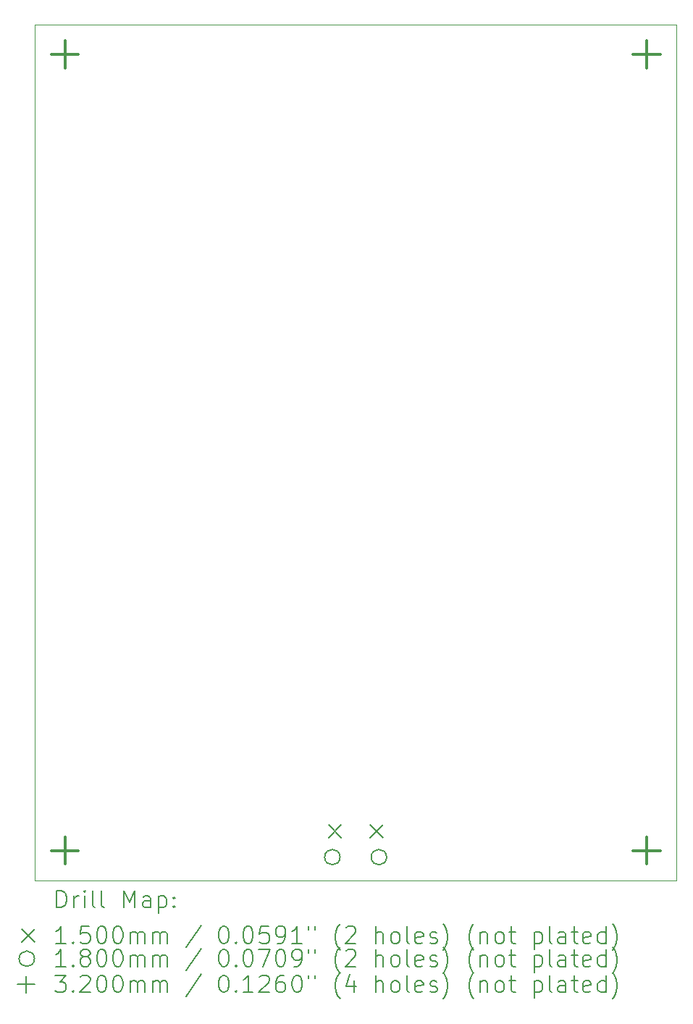
<source format=gbr>
%TF.GenerationSoftware,KiCad,Pcbnew,8.0.5*%
%TF.CreationDate,2024-11-07T10:17:29+00:00*%
%TF.ProjectId,test-rig-black-box,74657374-2d72-4696-972d-626c61636b2d,1.0*%
%TF.SameCoordinates,Original*%
%TF.FileFunction,Drillmap*%
%TF.FilePolarity,Positive*%
%FSLAX45Y45*%
G04 Gerber Fmt 4.5, Leading zero omitted, Abs format (unit mm)*
G04 Created by KiCad (PCBNEW 8.0.5) date 2024-11-07 10:17:29*
%MOMM*%
%LPD*%
G01*
G04 APERTURE LIST*
%ADD10C,0.100000*%
%ADD11C,0.200000*%
%ADD12C,0.150000*%
%ADD13C,0.180000*%
%ADD14C,0.320000*%
G04 APERTURE END LIST*
D10*
X14866000Y-7216000D02*
X22366000Y-7216000D01*
X22366000Y-17216000D01*
X14866000Y-17216000D01*
X14866000Y-7216000D01*
D11*
D12*
X18298500Y-16566000D02*
X18448500Y-16716000D01*
X18448500Y-16566000D02*
X18298500Y-16716000D01*
X18783500Y-16566000D02*
X18933500Y-16716000D01*
X18933500Y-16566000D02*
X18783500Y-16716000D01*
D13*
X18433500Y-16944000D02*
G75*
G02*
X18253500Y-16944000I-90000J0D01*
G01*
X18253500Y-16944000D02*
G75*
G02*
X18433500Y-16944000I90000J0D01*
G01*
X18978500Y-16944000D02*
G75*
G02*
X18798500Y-16944000I-90000J0D01*
G01*
X18798500Y-16944000D02*
G75*
G02*
X18978500Y-16944000I90000J0D01*
G01*
D14*
X15216000Y-7406000D02*
X15216000Y-7726000D01*
X15056000Y-7566000D02*
X15376000Y-7566000D01*
X15216000Y-16706000D02*
X15216000Y-17026000D01*
X15056000Y-16866000D02*
X15376000Y-16866000D01*
X22016000Y-7406000D02*
X22016000Y-7726000D01*
X21856000Y-7566000D02*
X22176000Y-7566000D01*
X22016000Y-16706000D02*
X22016000Y-17026000D01*
X21856000Y-16866000D02*
X22176000Y-16866000D01*
D11*
X15121777Y-17532484D02*
X15121777Y-17332484D01*
X15121777Y-17332484D02*
X15169396Y-17332484D01*
X15169396Y-17332484D02*
X15197967Y-17342008D01*
X15197967Y-17342008D02*
X15217015Y-17361055D01*
X15217015Y-17361055D02*
X15226539Y-17380103D01*
X15226539Y-17380103D02*
X15236062Y-17418198D01*
X15236062Y-17418198D02*
X15236062Y-17446770D01*
X15236062Y-17446770D02*
X15226539Y-17484865D01*
X15226539Y-17484865D02*
X15217015Y-17503912D01*
X15217015Y-17503912D02*
X15197967Y-17522960D01*
X15197967Y-17522960D02*
X15169396Y-17532484D01*
X15169396Y-17532484D02*
X15121777Y-17532484D01*
X15321777Y-17532484D02*
X15321777Y-17399150D01*
X15321777Y-17437246D02*
X15331301Y-17418198D01*
X15331301Y-17418198D02*
X15340824Y-17408674D01*
X15340824Y-17408674D02*
X15359872Y-17399150D01*
X15359872Y-17399150D02*
X15378920Y-17399150D01*
X15445586Y-17532484D02*
X15445586Y-17399150D01*
X15445586Y-17332484D02*
X15436062Y-17342008D01*
X15436062Y-17342008D02*
X15445586Y-17351531D01*
X15445586Y-17351531D02*
X15455110Y-17342008D01*
X15455110Y-17342008D02*
X15445586Y-17332484D01*
X15445586Y-17332484D02*
X15445586Y-17351531D01*
X15569396Y-17532484D02*
X15550348Y-17522960D01*
X15550348Y-17522960D02*
X15540824Y-17503912D01*
X15540824Y-17503912D02*
X15540824Y-17332484D01*
X15674158Y-17532484D02*
X15655110Y-17522960D01*
X15655110Y-17522960D02*
X15645586Y-17503912D01*
X15645586Y-17503912D02*
X15645586Y-17332484D01*
X15902729Y-17532484D02*
X15902729Y-17332484D01*
X15902729Y-17332484D02*
X15969396Y-17475341D01*
X15969396Y-17475341D02*
X16036062Y-17332484D01*
X16036062Y-17332484D02*
X16036062Y-17532484D01*
X16217015Y-17532484D02*
X16217015Y-17427722D01*
X16217015Y-17427722D02*
X16207491Y-17408674D01*
X16207491Y-17408674D02*
X16188443Y-17399150D01*
X16188443Y-17399150D02*
X16150348Y-17399150D01*
X16150348Y-17399150D02*
X16131301Y-17408674D01*
X16217015Y-17522960D02*
X16197967Y-17532484D01*
X16197967Y-17532484D02*
X16150348Y-17532484D01*
X16150348Y-17532484D02*
X16131301Y-17522960D01*
X16131301Y-17522960D02*
X16121777Y-17503912D01*
X16121777Y-17503912D02*
X16121777Y-17484865D01*
X16121777Y-17484865D02*
X16131301Y-17465817D01*
X16131301Y-17465817D02*
X16150348Y-17456293D01*
X16150348Y-17456293D02*
X16197967Y-17456293D01*
X16197967Y-17456293D02*
X16217015Y-17446770D01*
X16312253Y-17399150D02*
X16312253Y-17599150D01*
X16312253Y-17408674D02*
X16331301Y-17399150D01*
X16331301Y-17399150D02*
X16369396Y-17399150D01*
X16369396Y-17399150D02*
X16388443Y-17408674D01*
X16388443Y-17408674D02*
X16397967Y-17418198D01*
X16397967Y-17418198D02*
X16407491Y-17437246D01*
X16407491Y-17437246D02*
X16407491Y-17494389D01*
X16407491Y-17494389D02*
X16397967Y-17513436D01*
X16397967Y-17513436D02*
X16388443Y-17522960D01*
X16388443Y-17522960D02*
X16369396Y-17532484D01*
X16369396Y-17532484D02*
X16331301Y-17532484D01*
X16331301Y-17532484D02*
X16312253Y-17522960D01*
X16493205Y-17513436D02*
X16502729Y-17522960D01*
X16502729Y-17522960D02*
X16493205Y-17532484D01*
X16493205Y-17532484D02*
X16483682Y-17522960D01*
X16483682Y-17522960D02*
X16493205Y-17513436D01*
X16493205Y-17513436D02*
X16493205Y-17532484D01*
X16493205Y-17408674D02*
X16502729Y-17418198D01*
X16502729Y-17418198D02*
X16493205Y-17427722D01*
X16493205Y-17427722D02*
X16483682Y-17418198D01*
X16483682Y-17418198D02*
X16493205Y-17408674D01*
X16493205Y-17408674D02*
X16493205Y-17427722D01*
D12*
X14711000Y-17786000D02*
X14861000Y-17936000D01*
X14861000Y-17786000D02*
X14711000Y-17936000D01*
D11*
X15226539Y-17952484D02*
X15112253Y-17952484D01*
X15169396Y-17952484D02*
X15169396Y-17752484D01*
X15169396Y-17752484D02*
X15150348Y-17781055D01*
X15150348Y-17781055D02*
X15131301Y-17800103D01*
X15131301Y-17800103D02*
X15112253Y-17809627D01*
X15312253Y-17933436D02*
X15321777Y-17942960D01*
X15321777Y-17942960D02*
X15312253Y-17952484D01*
X15312253Y-17952484D02*
X15302729Y-17942960D01*
X15302729Y-17942960D02*
X15312253Y-17933436D01*
X15312253Y-17933436D02*
X15312253Y-17952484D01*
X15502729Y-17752484D02*
X15407491Y-17752484D01*
X15407491Y-17752484D02*
X15397967Y-17847722D01*
X15397967Y-17847722D02*
X15407491Y-17838198D01*
X15407491Y-17838198D02*
X15426539Y-17828674D01*
X15426539Y-17828674D02*
X15474158Y-17828674D01*
X15474158Y-17828674D02*
X15493205Y-17838198D01*
X15493205Y-17838198D02*
X15502729Y-17847722D01*
X15502729Y-17847722D02*
X15512253Y-17866770D01*
X15512253Y-17866770D02*
X15512253Y-17914389D01*
X15512253Y-17914389D02*
X15502729Y-17933436D01*
X15502729Y-17933436D02*
X15493205Y-17942960D01*
X15493205Y-17942960D02*
X15474158Y-17952484D01*
X15474158Y-17952484D02*
X15426539Y-17952484D01*
X15426539Y-17952484D02*
X15407491Y-17942960D01*
X15407491Y-17942960D02*
X15397967Y-17933436D01*
X15636062Y-17752484D02*
X15655110Y-17752484D01*
X15655110Y-17752484D02*
X15674158Y-17762008D01*
X15674158Y-17762008D02*
X15683682Y-17771531D01*
X15683682Y-17771531D02*
X15693205Y-17790579D01*
X15693205Y-17790579D02*
X15702729Y-17828674D01*
X15702729Y-17828674D02*
X15702729Y-17876293D01*
X15702729Y-17876293D02*
X15693205Y-17914389D01*
X15693205Y-17914389D02*
X15683682Y-17933436D01*
X15683682Y-17933436D02*
X15674158Y-17942960D01*
X15674158Y-17942960D02*
X15655110Y-17952484D01*
X15655110Y-17952484D02*
X15636062Y-17952484D01*
X15636062Y-17952484D02*
X15617015Y-17942960D01*
X15617015Y-17942960D02*
X15607491Y-17933436D01*
X15607491Y-17933436D02*
X15597967Y-17914389D01*
X15597967Y-17914389D02*
X15588443Y-17876293D01*
X15588443Y-17876293D02*
X15588443Y-17828674D01*
X15588443Y-17828674D02*
X15597967Y-17790579D01*
X15597967Y-17790579D02*
X15607491Y-17771531D01*
X15607491Y-17771531D02*
X15617015Y-17762008D01*
X15617015Y-17762008D02*
X15636062Y-17752484D01*
X15826539Y-17752484D02*
X15845586Y-17752484D01*
X15845586Y-17752484D02*
X15864634Y-17762008D01*
X15864634Y-17762008D02*
X15874158Y-17771531D01*
X15874158Y-17771531D02*
X15883682Y-17790579D01*
X15883682Y-17790579D02*
X15893205Y-17828674D01*
X15893205Y-17828674D02*
X15893205Y-17876293D01*
X15893205Y-17876293D02*
X15883682Y-17914389D01*
X15883682Y-17914389D02*
X15874158Y-17933436D01*
X15874158Y-17933436D02*
X15864634Y-17942960D01*
X15864634Y-17942960D02*
X15845586Y-17952484D01*
X15845586Y-17952484D02*
X15826539Y-17952484D01*
X15826539Y-17952484D02*
X15807491Y-17942960D01*
X15807491Y-17942960D02*
X15797967Y-17933436D01*
X15797967Y-17933436D02*
X15788443Y-17914389D01*
X15788443Y-17914389D02*
X15778920Y-17876293D01*
X15778920Y-17876293D02*
X15778920Y-17828674D01*
X15778920Y-17828674D02*
X15788443Y-17790579D01*
X15788443Y-17790579D02*
X15797967Y-17771531D01*
X15797967Y-17771531D02*
X15807491Y-17762008D01*
X15807491Y-17762008D02*
X15826539Y-17752484D01*
X15978920Y-17952484D02*
X15978920Y-17819150D01*
X15978920Y-17838198D02*
X15988443Y-17828674D01*
X15988443Y-17828674D02*
X16007491Y-17819150D01*
X16007491Y-17819150D02*
X16036063Y-17819150D01*
X16036063Y-17819150D02*
X16055110Y-17828674D01*
X16055110Y-17828674D02*
X16064634Y-17847722D01*
X16064634Y-17847722D02*
X16064634Y-17952484D01*
X16064634Y-17847722D02*
X16074158Y-17828674D01*
X16074158Y-17828674D02*
X16093205Y-17819150D01*
X16093205Y-17819150D02*
X16121777Y-17819150D01*
X16121777Y-17819150D02*
X16140824Y-17828674D01*
X16140824Y-17828674D02*
X16150348Y-17847722D01*
X16150348Y-17847722D02*
X16150348Y-17952484D01*
X16245586Y-17952484D02*
X16245586Y-17819150D01*
X16245586Y-17838198D02*
X16255110Y-17828674D01*
X16255110Y-17828674D02*
X16274158Y-17819150D01*
X16274158Y-17819150D02*
X16302729Y-17819150D01*
X16302729Y-17819150D02*
X16321777Y-17828674D01*
X16321777Y-17828674D02*
X16331301Y-17847722D01*
X16331301Y-17847722D02*
X16331301Y-17952484D01*
X16331301Y-17847722D02*
X16340824Y-17828674D01*
X16340824Y-17828674D02*
X16359872Y-17819150D01*
X16359872Y-17819150D02*
X16388443Y-17819150D01*
X16388443Y-17819150D02*
X16407491Y-17828674D01*
X16407491Y-17828674D02*
X16417015Y-17847722D01*
X16417015Y-17847722D02*
X16417015Y-17952484D01*
X16807491Y-17742960D02*
X16636063Y-18000103D01*
X17064634Y-17752484D02*
X17083682Y-17752484D01*
X17083682Y-17752484D02*
X17102729Y-17762008D01*
X17102729Y-17762008D02*
X17112253Y-17771531D01*
X17112253Y-17771531D02*
X17121777Y-17790579D01*
X17121777Y-17790579D02*
X17131301Y-17828674D01*
X17131301Y-17828674D02*
X17131301Y-17876293D01*
X17131301Y-17876293D02*
X17121777Y-17914389D01*
X17121777Y-17914389D02*
X17112253Y-17933436D01*
X17112253Y-17933436D02*
X17102729Y-17942960D01*
X17102729Y-17942960D02*
X17083682Y-17952484D01*
X17083682Y-17952484D02*
X17064634Y-17952484D01*
X17064634Y-17952484D02*
X17045587Y-17942960D01*
X17045587Y-17942960D02*
X17036063Y-17933436D01*
X17036063Y-17933436D02*
X17026539Y-17914389D01*
X17026539Y-17914389D02*
X17017015Y-17876293D01*
X17017015Y-17876293D02*
X17017015Y-17828674D01*
X17017015Y-17828674D02*
X17026539Y-17790579D01*
X17026539Y-17790579D02*
X17036063Y-17771531D01*
X17036063Y-17771531D02*
X17045587Y-17762008D01*
X17045587Y-17762008D02*
X17064634Y-17752484D01*
X17217015Y-17933436D02*
X17226539Y-17942960D01*
X17226539Y-17942960D02*
X17217015Y-17952484D01*
X17217015Y-17952484D02*
X17207491Y-17942960D01*
X17207491Y-17942960D02*
X17217015Y-17933436D01*
X17217015Y-17933436D02*
X17217015Y-17952484D01*
X17350348Y-17752484D02*
X17369396Y-17752484D01*
X17369396Y-17752484D02*
X17388444Y-17762008D01*
X17388444Y-17762008D02*
X17397968Y-17771531D01*
X17397968Y-17771531D02*
X17407491Y-17790579D01*
X17407491Y-17790579D02*
X17417015Y-17828674D01*
X17417015Y-17828674D02*
X17417015Y-17876293D01*
X17417015Y-17876293D02*
X17407491Y-17914389D01*
X17407491Y-17914389D02*
X17397968Y-17933436D01*
X17397968Y-17933436D02*
X17388444Y-17942960D01*
X17388444Y-17942960D02*
X17369396Y-17952484D01*
X17369396Y-17952484D02*
X17350348Y-17952484D01*
X17350348Y-17952484D02*
X17331301Y-17942960D01*
X17331301Y-17942960D02*
X17321777Y-17933436D01*
X17321777Y-17933436D02*
X17312253Y-17914389D01*
X17312253Y-17914389D02*
X17302729Y-17876293D01*
X17302729Y-17876293D02*
X17302729Y-17828674D01*
X17302729Y-17828674D02*
X17312253Y-17790579D01*
X17312253Y-17790579D02*
X17321777Y-17771531D01*
X17321777Y-17771531D02*
X17331301Y-17762008D01*
X17331301Y-17762008D02*
X17350348Y-17752484D01*
X17597968Y-17752484D02*
X17502729Y-17752484D01*
X17502729Y-17752484D02*
X17493206Y-17847722D01*
X17493206Y-17847722D02*
X17502729Y-17838198D01*
X17502729Y-17838198D02*
X17521777Y-17828674D01*
X17521777Y-17828674D02*
X17569396Y-17828674D01*
X17569396Y-17828674D02*
X17588444Y-17838198D01*
X17588444Y-17838198D02*
X17597968Y-17847722D01*
X17597968Y-17847722D02*
X17607491Y-17866770D01*
X17607491Y-17866770D02*
X17607491Y-17914389D01*
X17607491Y-17914389D02*
X17597968Y-17933436D01*
X17597968Y-17933436D02*
X17588444Y-17942960D01*
X17588444Y-17942960D02*
X17569396Y-17952484D01*
X17569396Y-17952484D02*
X17521777Y-17952484D01*
X17521777Y-17952484D02*
X17502729Y-17942960D01*
X17502729Y-17942960D02*
X17493206Y-17933436D01*
X17702729Y-17952484D02*
X17740825Y-17952484D01*
X17740825Y-17952484D02*
X17759872Y-17942960D01*
X17759872Y-17942960D02*
X17769396Y-17933436D01*
X17769396Y-17933436D02*
X17788444Y-17904865D01*
X17788444Y-17904865D02*
X17797968Y-17866770D01*
X17797968Y-17866770D02*
X17797968Y-17790579D01*
X17797968Y-17790579D02*
X17788444Y-17771531D01*
X17788444Y-17771531D02*
X17778920Y-17762008D01*
X17778920Y-17762008D02*
X17759872Y-17752484D01*
X17759872Y-17752484D02*
X17721777Y-17752484D01*
X17721777Y-17752484D02*
X17702729Y-17762008D01*
X17702729Y-17762008D02*
X17693206Y-17771531D01*
X17693206Y-17771531D02*
X17683682Y-17790579D01*
X17683682Y-17790579D02*
X17683682Y-17838198D01*
X17683682Y-17838198D02*
X17693206Y-17857246D01*
X17693206Y-17857246D02*
X17702729Y-17866770D01*
X17702729Y-17866770D02*
X17721777Y-17876293D01*
X17721777Y-17876293D02*
X17759872Y-17876293D01*
X17759872Y-17876293D02*
X17778920Y-17866770D01*
X17778920Y-17866770D02*
X17788444Y-17857246D01*
X17788444Y-17857246D02*
X17797968Y-17838198D01*
X17988444Y-17952484D02*
X17874158Y-17952484D01*
X17931301Y-17952484D02*
X17931301Y-17752484D01*
X17931301Y-17752484D02*
X17912253Y-17781055D01*
X17912253Y-17781055D02*
X17893206Y-17800103D01*
X17893206Y-17800103D02*
X17874158Y-17809627D01*
X18064634Y-17752484D02*
X18064634Y-17790579D01*
X18140825Y-17752484D02*
X18140825Y-17790579D01*
X18436063Y-18028674D02*
X18426539Y-18019150D01*
X18426539Y-18019150D02*
X18407491Y-17990579D01*
X18407491Y-17990579D02*
X18397968Y-17971531D01*
X18397968Y-17971531D02*
X18388444Y-17942960D01*
X18388444Y-17942960D02*
X18378920Y-17895341D01*
X18378920Y-17895341D02*
X18378920Y-17857246D01*
X18378920Y-17857246D02*
X18388444Y-17809627D01*
X18388444Y-17809627D02*
X18397968Y-17781055D01*
X18397968Y-17781055D02*
X18407491Y-17762008D01*
X18407491Y-17762008D02*
X18426539Y-17733436D01*
X18426539Y-17733436D02*
X18436063Y-17723912D01*
X18502730Y-17771531D02*
X18512253Y-17762008D01*
X18512253Y-17762008D02*
X18531301Y-17752484D01*
X18531301Y-17752484D02*
X18578920Y-17752484D01*
X18578920Y-17752484D02*
X18597968Y-17762008D01*
X18597968Y-17762008D02*
X18607491Y-17771531D01*
X18607491Y-17771531D02*
X18617015Y-17790579D01*
X18617015Y-17790579D02*
X18617015Y-17809627D01*
X18617015Y-17809627D02*
X18607491Y-17838198D01*
X18607491Y-17838198D02*
X18493206Y-17952484D01*
X18493206Y-17952484D02*
X18617015Y-17952484D01*
X18855111Y-17952484D02*
X18855111Y-17752484D01*
X18940825Y-17952484D02*
X18940825Y-17847722D01*
X18940825Y-17847722D02*
X18931301Y-17828674D01*
X18931301Y-17828674D02*
X18912253Y-17819150D01*
X18912253Y-17819150D02*
X18883682Y-17819150D01*
X18883682Y-17819150D02*
X18864634Y-17828674D01*
X18864634Y-17828674D02*
X18855111Y-17838198D01*
X19064634Y-17952484D02*
X19045587Y-17942960D01*
X19045587Y-17942960D02*
X19036063Y-17933436D01*
X19036063Y-17933436D02*
X19026539Y-17914389D01*
X19026539Y-17914389D02*
X19026539Y-17857246D01*
X19026539Y-17857246D02*
X19036063Y-17838198D01*
X19036063Y-17838198D02*
X19045587Y-17828674D01*
X19045587Y-17828674D02*
X19064634Y-17819150D01*
X19064634Y-17819150D02*
X19093206Y-17819150D01*
X19093206Y-17819150D02*
X19112253Y-17828674D01*
X19112253Y-17828674D02*
X19121777Y-17838198D01*
X19121777Y-17838198D02*
X19131301Y-17857246D01*
X19131301Y-17857246D02*
X19131301Y-17914389D01*
X19131301Y-17914389D02*
X19121777Y-17933436D01*
X19121777Y-17933436D02*
X19112253Y-17942960D01*
X19112253Y-17942960D02*
X19093206Y-17952484D01*
X19093206Y-17952484D02*
X19064634Y-17952484D01*
X19245587Y-17952484D02*
X19226539Y-17942960D01*
X19226539Y-17942960D02*
X19217015Y-17923912D01*
X19217015Y-17923912D02*
X19217015Y-17752484D01*
X19397968Y-17942960D02*
X19378920Y-17952484D01*
X19378920Y-17952484D02*
X19340825Y-17952484D01*
X19340825Y-17952484D02*
X19321777Y-17942960D01*
X19321777Y-17942960D02*
X19312253Y-17923912D01*
X19312253Y-17923912D02*
X19312253Y-17847722D01*
X19312253Y-17847722D02*
X19321777Y-17828674D01*
X19321777Y-17828674D02*
X19340825Y-17819150D01*
X19340825Y-17819150D02*
X19378920Y-17819150D01*
X19378920Y-17819150D02*
X19397968Y-17828674D01*
X19397968Y-17828674D02*
X19407492Y-17847722D01*
X19407492Y-17847722D02*
X19407492Y-17866770D01*
X19407492Y-17866770D02*
X19312253Y-17885817D01*
X19483682Y-17942960D02*
X19502730Y-17952484D01*
X19502730Y-17952484D02*
X19540825Y-17952484D01*
X19540825Y-17952484D02*
X19559873Y-17942960D01*
X19559873Y-17942960D02*
X19569396Y-17923912D01*
X19569396Y-17923912D02*
X19569396Y-17914389D01*
X19569396Y-17914389D02*
X19559873Y-17895341D01*
X19559873Y-17895341D02*
X19540825Y-17885817D01*
X19540825Y-17885817D02*
X19512253Y-17885817D01*
X19512253Y-17885817D02*
X19493206Y-17876293D01*
X19493206Y-17876293D02*
X19483682Y-17857246D01*
X19483682Y-17857246D02*
X19483682Y-17847722D01*
X19483682Y-17847722D02*
X19493206Y-17828674D01*
X19493206Y-17828674D02*
X19512253Y-17819150D01*
X19512253Y-17819150D02*
X19540825Y-17819150D01*
X19540825Y-17819150D02*
X19559873Y-17828674D01*
X19636063Y-18028674D02*
X19645587Y-18019150D01*
X19645587Y-18019150D02*
X19664634Y-17990579D01*
X19664634Y-17990579D02*
X19674158Y-17971531D01*
X19674158Y-17971531D02*
X19683682Y-17942960D01*
X19683682Y-17942960D02*
X19693206Y-17895341D01*
X19693206Y-17895341D02*
X19693206Y-17857246D01*
X19693206Y-17857246D02*
X19683682Y-17809627D01*
X19683682Y-17809627D02*
X19674158Y-17781055D01*
X19674158Y-17781055D02*
X19664634Y-17762008D01*
X19664634Y-17762008D02*
X19645587Y-17733436D01*
X19645587Y-17733436D02*
X19636063Y-17723912D01*
X19997968Y-18028674D02*
X19988444Y-18019150D01*
X19988444Y-18019150D02*
X19969396Y-17990579D01*
X19969396Y-17990579D02*
X19959873Y-17971531D01*
X19959873Y-17971531D02*
X19950349Y-17942960D01*
X19950349Y-17942960D02*
X19940825Y-17895341D01*
X19940825Y-17895341D02*
X19940825Y-17857246D01*
X19940825Y-17857246D02*
X19950349Y-17809627D01*
X19950349Y-17809627D02*
X19959873Y-17781055D01*
X19959873Y-17781055D02*
X19969396Y-17762008D01*
X19969396Y-17762008D02*
X19988444Y-17733436D01*
X19988444Y-17733436D02*
X19997968Y-17723912D01*
X20074158Y-17819150D02*
X20074158Y-17952484D01*
X20074158Y-17838198D02*
X20083682Y-17828674D01*
X20083682Y-17828674D02*
X20102730Y-17819150D01*
X20102730Y-17819150D02*
X20131301Y-17819150D01*
X20131301Y-17819150D02*
X20150349Y-17828674D01*
X20150349Y-17828674D02*
X20159873Y-17847722D01*
X20159873Y-17847722D02*
X20159873Y-17952484D01*
X20283682Y-17952484D02*
X20264634Y-17942960D01*
X20264634Y-17942960D02*
X20255111Y-17933436D01*
X20255111Y-17933436D02*
X20245587Y-17914389D01*
X20245587Y-17914389D02*
X20245587Y-17857246D01*
X20245587Y-17857246D02*
X20255111Y-17838198D01*
X20255111Y-17838198D02*
X20264634Y-17828674D01*
X20264634Y-17828674D02*
X20283682Y-17819150D01*
X20283682Y-17819150D02*
X20312254Y-17819150D01*
X20312254Y-17819150D02*
X20331301Y-17828674D01*
X20331301Y-17828674D02*
X20340825Y-17838198D01*
X20340825Y-17838198D02*
X20350349Y-17857246D01*
X20350349Y-17857246D02*
X20350349Y-17914389D01*
X20350349Y-17914389D02*
X20340825Y-17933436D01*
X20340825Y-17933436D02*
X20331301Y-17942960D01*
X20331301Y-17942960D02*
X20312254Y-17952484D01*
X20312254Y-17952484D02*
X20283682Y-17952484D01*
X20407492Y-17819150D02*
X20483682Y-17819150D01*
X20436063Y-17752484D02*
X20436063Y-17923912D01*
X20436063Y-17923912D02*
X20445587Y-17942960D01*
X20445587Y-17942960D02*
X20464634Y-17952484D01*
X20464634Y-17952484D02*
X20483682Y-17952484D01*
X20702730Y-17819150D02*
X20702730Y-18019150D01*
X20702730Y-17828674D02*
X20721777Y-17819150D01*
X20721777Y-17819150D02*
X20759873Y-17819150D01*
X20759873Y-17819150D02*
X20778920Y-17828674D01*
X20778920Y-17828674D02*
X20788444Y-17838198D01*
X20788444Y-17838198D02*
X20797968Y-17857246D01*
X20797968Y-17857246D02*
X20797968Y-17914389D01*
X20797968Y-17914389D02*
X20788444Y-17933436D01*
X20788444Y-17933436D02*
X20778920Y-17942960D01*
X20778920Y-17942960D02*
X20759873Y-17952484D01*
X20759873Y-17952484D02*
X20721777Y-17952484D01*
X20721777Y-17952484D02*
X20702730Y-17942960D01*
X20912254Y-17952484D02*
X20893206Y-17942960D01*
X20893206Y-17942960D02*
X20883682Y-17923912D01*
X20883682Y-17923912D02*
X20883682Y-17752484D01*
X21074158Y-17952484D02*
X21074158Y-17847722D01*
X21074158Y-17847722D02*
X21064635Y-17828674D01*
X21064635Y-17828674D02*
X21045587Y-17819150D01*
X21045587Y-17819150D02*
X21007492Y-17819150D01*
X21007492Y-17819150D02*
X20988444Y-17828674D01*
X21074158Y-17942960D02*
X21055111Y-17952484D01*
X21055111Y-17952484D02*
X21007492Y-17952484D01*
X21007492Y-17952484D02*
X20988444Y-17942960D01*
X20988444Y-17942960D02*
X20978920Y-17923912D01*
X20978920Y-17923912D02*
X20978920Y-17904865D01*
X20978920Y-17904865D02*
X20988444Y-17885817D01*
X20988444Y-17885817D02*
X21007492Y-17876293D01*
X21007492Y-17876293D02*
X21055111Y-17876293D01*
X21055111Y-17876293D02*
X21074158Y-17866770D01*
X21140825Y-17819150D02*
X21217015Y-17819150D01*
X21169396Y-17752484D02*
X21169396Y-17923912D01*
X21169396Y-17923912D02*
X21178920Y-17942960D01*
X21178920Y-17942960D02*
X21197968Y-17952484D01*
X21197968Y-17952484D02*
X21217015Y-17952484D01*
X21359873Y-17942960D02*
X21340825Y-17952484D01*
X21340825Y-17952484D02*
X21302730Y-17952484D01*
X21302730Y-17952484D02*
X21283682Y-17942960D01*
X21283682Y-17942960D02*
X21274158Y-17923912D01*
X21274158Y-17923912D02*
X21274158Y-17847722D01*
X21274158Y-17847722D02*
X21283682Y-17828674D01*
X21283682Y-17828674D02*
X21302730Y-17819150D01*
X21302730Y-17819150D02*
X21340825Y-17819150D01*
X21340825Y-17819150D02*
X21359873Y-17828674D01*
X21359873Y-17828674D02*
X21369396Y-17847722D01*
X21369396Y-17847722D02*
X21369396Y-17866770D01*
X21369396Y-17866770D02*
X21274158Y-17885817D01*
X21540825Y-17952484D02*
X21540825Y-17752484D01*
X21540825Y-17942960D02*
X21521777Y-17952484D01*
X21521777Y-17952484D02*
X21483682Y-17952484D01*
X21483682Y-17952484D02*
X21464635Y-17942960D01*
X21464635Y-17942960D02*
X21455111Y-17933436D01*
X21455111Y-17933436D02*
X21445587Y-17914389D01*
X21445587Y-17914389D02*
X21445587Y-17857246D01*
X21445587Y-17857246D02*
X21455111Y-17838198D01*
X21455111Y-17838198D02*
X21464635Y-17828674D01*
X21464635Y-17828674D02*
X21483682Y-17819150D01*
X21483682Y-17819150D02*
X21521777Y-17819150D01*
X21521777Y-17819150D02*
X21540825Y-17828674D01*
X21617016Y-18028674D02*
X21626539Y-18019150D01*
X21626539Y-18019150D02*
X21645587Y-17990579D01*
X21645587Y-17990579D02*
X21655111Y-17971531D01*
X21655111Y-17971531D02*
X21664635Y-17942960D01*
X21664635Y-17942960D02*
X21674158Y-17895341D01*
X21674158Y-17895341D02*
X21674158Y-17857246D01*
X21674158Y-17857246D02*
X21664635Y-17809627D01*
X21664635Y-17809627D02*
X21655111Y-17781055D01*
X21655111Y-17781055D02*
X21645587Y-17762008D01*
X21645587Y-17762008D02*
X21626539Y-17733436D01*
X21626539Y-17733436D02*
X21617016Y-17723912D01*
D13*
X14861000Y-18131000D02*
G75*
G02*
X14681000Y-18131000I-90000J0D01*
G01*
X14681000Y-18131000D02*
G75*
G02*
X14861000Y-18131000I90000J0D01*
G01*
D11*
X15226539Y-18222484D02*
X15112253Y-18222484D01*
X15169396Y-18222484D02*
X15169396Y-18022484D01*
X15169396Y-18022484D02*
X15150348Y-18051055D01*
X15150348Y-18051055D02*
X15131301Y-18070103D01*
X15131301Y-18070103D02*
X15112253Y-18079627D01*
X15312253Y-18203436D02*
X15321777Y-18212960D01*
X15321777Y-18212960D02*
X15312253Y-18222484D01*
X15312253Y-18222484D02*
X15302729Y-18212960D01*
X15302729Y-18212960D02*
X15312253Y-18203436D01*
X15312253Y-18203436D02*
X15312253Y-18222484D01*
X15436062Y-18108198D02*
X15417015Y-18098674D01*
X15417015Y-18098674D02*
X15407491Y-18089150D01*
X15407491Y-18089150D02*
X15397967Y-18070103D01*
X15397967Y-18070103D02*
X15397967Y-18060579D01*
X15397967Y-18060579D02*
X15407491Y-18041531D01*
X15407491Y-18041531D02*
X15417015Y-18032008D01*
X15417015Y-18032008D02*
X15436062Y-18022484D01*
X15436062Y-18022484D02*
X15474158Y-18022484D01*
X15474158Y-18022484D02*
X15493205Y-18032008D01*
X15493205Y-18032008D02*
X15502729Y-18041531D01*
X15502729Y-18041531D02*
X15512253Y-18060579D01*
X15512253Y-18060579D02*
X15512253Y-18070103D01*
X15512253Y-18070103D02*
X15502729Y-18089150D01*
X15502729Y-18089150D02*
X15493205Y-18098674D01*
X15493205Y-18098674D02*
X15474158Y-18108198D01*
X15474158Y-18108198D02*
X15436062Y-18108198D01*
X15436062Y-18108198D02*
X15417015Y-18117722D01*
X15417015Y-18117722D02*
X15407491Y-18127246D01*
X15407491Y-18127246D02*
X15397967Y-18146293D01*
X15397967Y-18146293D02*
X15397967Y-18184389D01*
X15397967Y-18184389D02*
X15407491Y-18203436D01*
X15407491Y-18203436D02*
X15417015Y-18212960D01*
X15417015Y-18212960D02*
X15436062Y-18222484D01*
X15436062Y-18222484D02*
X15474158Y-18222484D01*
X15474158Y-18222484D02*
X15493205Y-18212960D01*
X15493205Y-18212960D02*
X15502729Y-18203436D01*
X15502729Y-18203436D02*
X15512253Y-18184389D01*
X15512253Y-18184389D02*
X15512253Y-18146293D01*
X15512253Y-18146293D02*
X15502729Y-18127246D01*
X15502729Y-18127246D02*
X15493205Y-18117722D01*
X15493205Y-18117722D02*
X15474158Y-18108198D01*
X15636062Y-18022484D02*
X15655110Y-18022484D01*
X15655110Y-18022484D02*
X15674158Y-18032008D01*
X15674158Y-18032008D02*
X15683682Y-18041531D01*
X15683682Y-18041531D02*
X15693205Y-18060579D01*
X15693205Y-18060579D02*
X15702729Y-18098674D01*
X15702729Y-18098674D02*
X15702729Y-18146293D01*
X15702729Y-18146293D02*
X15693205Y-18184389D01*
X15693205Y-18184389D02*
X15683682Y-18203436D01*
X15683682Y-18203436D02*
X15674158Y-18212960D01*
X15674158Y-18212960D02*
X15655110Y-18222484D01*
X15655110Y-18222484D02*
X15636062Y-18222484D01*
X15636062Y-18222484D02*
X15617015Y-18212960D01*
X15617015Y-18212960D02*
X15607491Y-18203436D01*
X15607491Y-18203436D02*
X15597967Y-18184389D01*
X15597967Y-18184389D02*
X15588443Y-18146293D01*
X15588443Y-18146293D02*
X15588443Y-18098674D01*
X15588443Y-18098674D02*
X15597967Y-18060579D01*
X15597967Y-18060579D02*
X15607491Y-18041531D01*
X15607491Y-18041531D02*
X15617015Y-18032008D01*
X15617015Y-18032008D02*
X15636062Y-18022484D01*
X15826539Y-18022484D02*
X15845586Y-18022484D01*
X15845586Y-18022484D02*
X15864634Y-18032008D01*
X15864634Y-18032008D02*
X15874158Y-18041531D01*
X15874158Y-18041531D02*
X15883682Y-18060579D01*
X15883682Y-18060579D02*
X15893205Y-18098674D01*
X15893205Y-18098674D02*
X15893205Y-18146293D01*
X15893205Y-18146293D02*
X15883682Y-18184389D01*
X15883682Y-18184389D02*
X15874158Y-18203436D01*
X15874158Y-18203436D02*
X15864634Y-18212960D01*
X15864634Y-18212960D02*
X15845586Y-18222484D01*
X15845586Y-18222484D02*
X15826539Y-18222484D01*
X15826539Y-18222484D02*
X15807491Y-18212960D01*
X15807491Y-18212960D02*
X15797967Y-18203436D01*
X15797967Y-18203436D02*
X15788443Y-18184389D01*
X15788443Y-18184389D02*
X15778920Y-18146293D01*
X15778920Y-18146293D02*
X15778920Y-18098674D01*
X15778920Y-18098674D02*
X15788443Y-18060579D01*
X15788443Y-18060579D02*
X15797967Y-18041531D01*
X15797967Y-18041531D02*
X15807491Y-18032008D01*
X15807491Y-18032008D02*
X15826539Y-18022484D01*
X15978920Y-18222484D02*
X15978920Y-18089150D01*
X15978920Y-18108198D02*
X15988443Y-18098674D01*
X15988443Y-18098674D02*
X16007491Y-18089150D01*
X16007491Y-18089150D02*
X16036063Y-18089150D01*
X16036063Y-18089150D02*
X16055110Y-18098674D01*
X16055110Y-18098674D02*
X16064634Y-18117722D01*
X16064634Y-18117722D02*
X16064634Y-18222484D01*
X16064634Y-18117722D02*
X16074158Y-18098674D01*
X16074158Y-18098674D02*
X16093205Y-18089150D01*
X16093205Y-18089150D02*
X16121777Y-18089150D01*
X16121777Y-18089150D02*
X16140824Y-18098674D01*
X16140824Y-18098674D02*
X16150348Y-18117722D01*
X16150348Y-18117722D02*
X16150348Y-18222484D01*
X16245586Y-18222484D02*
X16245586Y-18089150D01*
X16245586Y-18108198D02*
X16255110Y-18098674D01*
X16255110Y-18098674D02*
X16274158Y-18089150D01*
X16274158Y-18089150D02*
X16302729Y-18089150D01*
X16302729Y-18089150D02*
X16321777Y-18098674D01*
X16321777Y-18098674D02*
X16331301Y-18117722D01*
X16331301Y-18117722D02*
X16331301Y-18222484D01*
X16331301Y-18117722D02*
X16340824Y-18098674D01*
X16340824Y-18098674D02*
X16359872Y-18089150D01*
X16359872Y-18089150D02*
X16388443Y-18089150D01*
X16388443Y-18089150D02*
X16407491Y-18098674D01*
X16407491Y-18098674D02*
X16417015Y-18117722D01*
X16417015Y-18117722D02*
X16417015Y-18222484D01*
X16807491Y-18012960D02*
X16636063Y-18270103D01*
X17064634Y-18022484D02*
X17083682Y-18022484D01*
X17083682Y-18022484D02*
X17102729Y-18032008D01*
X17102729Y-18032008D02*
X17112253Y-18041531D01*
X17112253Y-18041531D02*
X17121777Y-18060579D01*
X17121777Y-18060579D02*
X17131301Y-18098674D01*
X17131301Y-18098674D02*
X17131301Y-18146293D01*
X17131301Y-18146293D02*
X17121777Y-18184389D01*
X17121777Y-18184389D02*
X17112253Y-18203436D01*
X17112253Y-18203436D02*
X17102729Y-18212960D01*
X17102729Y-18212960D02*
X17083682Y-18222484D01*
X17083682Y-18222484D02*
X17064634Y-18222484D01*
X17064634Y-18222484D02*
X17045587Y-18212960D01*
X17045587Y-18212960D02*
X17036063Y-18203436D01*
X17036063Y-18203436D02*
X17026539Y-18184389D01*
X17026539Y-18184389D02*
X17017015Y-18146293D01*
X17017015Y-18146293D02*
X17017015Y-18098674D01*
X17017015Y-18098674D02*
X17026539Y-18060579D01*
X17026539Y-18060579D02*
X17036063Y-18041531D01*
X17036063Y-18041531D02*
X17045587Y-18032008D01*
X17045587Y-18032008D02*
X17064634Y-18022484D01*
X17217015Y-18203436D02*
X17226539Y-18212960D01*
X17226539Y-18212960D02*
X17217015Y-18222484D01*
X17217015Y-18222484D02*
X17207491Y-18212960D01*
X17207491Y-18212960D02*
X17217015Y-18203436D01*
X17217015Y-18203436D02*
X17217015Y-18222484D01*
X17350348Y-18022484D02*
X17369396Y-18022484D01*
X17369396Y-18022484D02*
X17388444Y-18032008D01*
X17388444Y-18032008D02*
X17397968Y-18041531D01*
X17397968Y-18041531D02*
X17407491Y-18060579D01*
X17407491Y-18060579D02*
X17417015Y-18098674D01*
X17417015Y-18098674D02*
X17417015Y-18146293D01*
X17417015Y-18146293D02*
X17407491Y-18184389D01*
X17407491Y-18184389D02*
X17397968Y-18203436D01*
X17397968Y-18203436D02*
X17388444Y-18212960D01*
X17388444Y-18212960D02*
X17369396Y-18222484D01*
X17369396Y-18222484D02*
X17350348Y-18222484D01*
X17350348Y-18222484D02*
X17331301Y-18212960D01*
X17331301Y-18212960D02*
X17321777Y-18203436D01*
X17321777Y-18203436D02*
X17312253Y-18184389D01*
X17312253Y-18184389D02*
X17302729Y-18146293D01*
X17302729Y-18146293D02*
X17302729Y-18098674D01*
X17302729Y-18098674D02*
X17312253Y-18060579D01*
X17312253Y-18060579D02*
X17321777Y-18041531D01*
X17321777Y-18041531D02*
X17331301Y-18032008D01*
X17331301Y-18032008D02*
X17350348Y-18022484D01*
X17483682Y-18022484D02*
X17617015Y-18022484D01*
X17617015Y-18022484D02*
X17531301Y-18222484D01*
X17731301Y-18022484D02*
X17750349Y-18022484D01*
X17750349Y-18022484D02*
X17769396Y-18032008D01*
X17769396Y-18032008D02*
X17778920Y-18041531D01*
X17778920Y-18041531D02*
X17788444Y-18060579D01*
X17788444Y-18060579D02*
X17797968Y-18098674D01*
X17797968Y-18098674D02*
X17797968Y-18146293D01*
X17797968Y-18146293D02*
X17788444Y-18184389D01*
X17788444Y-18184389D02*
X17778920Y-18203436D01*
X17778920Y-18203436D02*
X17769396Y-18212960D01*
X17769396Y-18212960D02*
X17750349Y-18222484D01*
X17750349Y-18222484D02*
X17731301Y-18222484D01*
X17731301Y-18222484D02*
X17712253Y-18212960D01*
X17712253Y-18212960D02*
X17702729Y-18203436D01*
X17702729Y-18203436D02*
X17693206Y-18184389D01*
X17693206Y-18184389D02*
X17683682Y-18146293D01*
X17683682Y-18146293D02*
X17683682Y-18098674D01*
X17683682Y-18098674D02*
X17693206Y-18060579D01*
X17693206Y-18060579D02*
X17702729Y-18041531D01*
X17702729Y-18041531D02*
X17712253Y-18032008D01*
X17712253Y-18032008D02*
X17731301Y-18022484D01*
X17893206Y-18222484D02*
X17931301Y-18222484D01*
X17931301Y-18222484D02*
X17950349Y-18212960D01*
X17950349Y-18212960D02*
X17959872Y-18203436D01*
X17959872Y-18203436D02*
X17978920Y-18174865D01*
X17978920Y-18174865D02*
X17988444Y-18136770D01*
X17988444Y-18136770D02*
X17988444Y-18060579D01*
X17988444Y-18060579D02*
X17978920Y-18041531D01*
X17978920Y-18041531D02*
X17969396Y-18032008D01*
X17969396Y-18032008D02*
X17950349Y-18022484D01*
X17950349Y-18022484D02*
X17912253Y-18022484D01*
X17912253Y-18022484D02*
X17893206Y-18032008D01*
X17893206Y-18032008D02*
X17883682Y-18041531D01*
X17883682Y-18041531D02*
X17874158Y-18060579D01*
X17874158Y-18060579D02*
X17874158Y-18108198D01*
X17874158Y-18108198D02*
X17883682Y-18127246D01*
X17883682Y-18127246D02*
X17893206Y-18136770D01*
X17893206Y-18136770D02*
X17912253Y-18146293D01*
X17912253Y-18146293D02*
X17950349Y-18146293D01*
X17950349Y-18146293D02*
X17969396Y-18136770D01*
X17969396Y-18136770D02*
X17978920Y-18127246D01*
X17978920Y-18127246D02*
X17988444Y-18108198D01*
X18064634Y-18022484D02*
X18064634Y-18060579D01*
X18140825Y-18022484D02*
X18140825Y-18060579D01*
X18436063Y-18298674D02*
X18426539Y-18289150D01*
X18426539Y-18289150D02*
X18407491Y-18260579D01*
X18407491Y-18260579D02*
X18397968Y-18241531D01*
X18397968Y-18241531D02*
X18388444Y-18212960D01*
X18388444Y-18212960D02*
X18378920Y-18165341D01*
X18378920Y-18165341D02*
X18378920Y-18127246D01*
X18378920Y-18127246D02*
X18388444Y-18079627D01*
X18388444Y-18079627D02*
X18397968Y-18051055D01*
X18397968Y-18051055D02*
X18407491Y-18032008D01*
X18407491Y-18032008D02*
X18426539Y-18003436D01*
X18426539Y-18003436D02*
X18436063Y-17993912D01*
X18502730Y-18041531D02*
X18512253Y-18032008D01*
X18512253Y-18032008D02*
X18531301Y-18022484D01*
X18531301Y-18022484D02*
X18578920Y-18022484D01*
X18578920Y-18022484D02*
X18597968Y-18032008D01*
X18597968Y-18032008D02*
X18607491Y-18041531D01*
X18607491Y-18041531D02*
X18617015Y-18060579D01*
X18617015Y-18060579D02*
X18617015Y-18079627D01*
X18617015Y-18079627D02*
X18607491Y-18108198D01*
X18607491Y-18108198D02*
X18493206Y-18222484D01*
X18493206Y-18222484D02*
X18617015Y-18222484D01*
X18855111Y-18222484D02*
X18855111Y-18022484D01*
X18940825Y-18222484D02*
X18940825Y-18117722D01*
X18940825Y-18117722D02*
X18931301Y-18098674D01*
X18931301Y-18098674D02*
X18912253Y-18089150D01*
X18912253Y-18089150D02*
X18883682Y-18089150D01*
X18883682Y-18089150D02*
X18864634Y-18098674D01*
X18864634Y-18098674D02*
X18855111Y-18108198D01*
X19064634Y-18222484D02*
X19045587Y-18212960D01*
X19045587Y-18212960D02*
X19036063Y-18203436D01*
X19036063Y-18203436D02*
X19026539Y-18184389D01*
X19026539Y-18184389D02*
X19026539Y-18127246D01*
X19026539Y-18127246D02*
X19036063Y-18108198D01*
X19036063Y-18108198D02*
X19045587Y-18098674D01*
X19045587Y-18098674D02*
X19064634Y-18089150D01*
X19064634Y-18089150D02*
X19093206Y-18089150D01*
X19093206Y-18089150D02*
X19112253Y-18098674D01*
X19112253Y-18098674D02*
X19121777Y-18108198D01*
X19121777Y-18108198D02*
X19131301Y-18127246D01*
X19131301Y-18127246D02*
X19131301Y-18184389D01*
X19131301Y-18184389D02*
X19121777Y-18203436D01*
X19121777Y-18203436D02*
X19112253Y-18212960D01*
X19112253Y-18212960D02*
X19093206Y-18222484D01*
X19093206Y-18222484D02*
X19064634Y-18222484D01*
X19245587Y-18222484D02*
X19226539Y-18212960D01*
X19226539Y-18212960D02*
X19217015Y-18193912D01*
X19217015Y-18193912D02*
X19217015Y-18022484D01*
X19397968Y-18212960D02*
X19378920Y-18222484D01*
X19378920Y-18222484D02*
X19340825Y-18222484D01*
X19340825Y-18222484D02*
X19321777Y-18212960D01*
X19321777Y-18212960D02*
X19312253Y-18193912D01*
X19312253Y-18193912D02*
X19312253Y-18117722D01*
X19312253Y-18117722D02*
X19321777Y-18098674D01*
X19321777Y-18098674D02*
X19340825Y-18089150D01*
X19340825Y-18089150D02*
X19378920Y-18089150D01*
X19378920Y-18089150D02*
X19397968Y-18098674D01*
X19397968Y-18098674D02*
X19407492Y-18117722D01*
X19407492Y-18117722D02*
X19407492Y-18136770D01*
X19407492Y-18136770D02*
X19312253Y-18155817D01*
X19483682Y-18212960D02*
X19502730Y-18222484D01*
X19502730Y-18222484D02*
X19540825Y-18222484D01*
X19540825Y-18222484D02*
X19559873Y-18212960D01*
X19559873Y-18212960D02*
X19569396Y-18193912D01*
X19569396Y-18193912D02*
X19569396Y-18184389D01*
X19569396Y-18184389D02*
X19559873Y-18165341D01*
X19559873Y-18165341D02*
X19540825Y-18155817D01*
X19540825Y-18155817D02*
X19512253Y-18155817D01*
X19512253Y-18155817D02*
X19493206Y-18146293D01*
X19493206Y-18146293D02*
X19483682Y-18127246D01*
X19483682Y-18127246D02*
X19483682Y-18117722D01*
X19483682Y-18117722D02*
X19493206Y-18098674D01*
X19493206Y-18098674D02*
X19512253Y-18089150D01*
X19512253Y-18089150D02*
X19540825Y-18089150D01*
X19540825Y-18089150D02*
X19559873Y-18098674D01*
X19636063Y-18298674D02*
X19645587Y-18289150D01*
X19645587Y-18289150D02*
X19664634Y-18260579D01*
X19664634Y-18260579D02*
X19674158Y-18241531D01*
X19674158Y-18241531D02*
X19683682Y-18212960D01*
X19683682Y-18212960D02*
X19693206Y-18165341D01*
X19693206Y-18165341D02*
X19693206Y-18127246D01*
X19693206Y-18127246D02*
X19683682Y-18079627D01*
X19683682Y-18079627D02*
X19674158Y-18051055D01*
X19674158Y-18051055D02*
X19664634Y-18032008D01*
X19664634Y-18032008D02*
X19645587Y-18003436D01*
X19645587Y-18003436D02*
X19636063Y-17993912D01*
X19997968Y-18298674D02*
X19988444Y-18289150D01*
X19988444Y-18289150D02*
X19969396Y-18260579D01*
X19969396Y-18260579D02*
X19959873Y-18241531D01*
X19959873Y-18241531D02*
X19950349Y-18212960D01*
X19950349Y-18212960D02*
X19940825Y-18165341D01*
X19940825Y-18165341D02*
X19940825Y-18127246D01*
X19940825Y-18127246D02*
X19950349Y-18079627D01*
X19950349Y-18079627D02*
X19959873Y-18051055D01*
X19959873Y-18051055D02*
X19969396Y-18032008D01*
X19969396Y-18032008D02*
X19988444Y-18003436D01*
X19988444Y-18003436D02*
X19997968Y-17993912D01*
X20074158Y-18089150D02*
X20074158Y-18222484D01*
X20074158Y-18108198D02*
X20083682Y-18098674D01*
X20083682Y-18098674D02*
X20102730Y-18089150D01*
X20102730Y-18089150D02*
X20131301Y-18089150D01*
X20131301Y-18089150D02*
X20150349Y-18098674D01*
X20150349Y-18098674D02*
X20159873Y-18117722D01*
X20159873Y-18117722D02*
X20159873Y-18222484D01*
X20283682Y-18222484D02*
X20264634Y-18212960D01*
X20264634Y-18212960D02*
X20255111Y-18203436D01*
X20255111Y-18203436D02*
X20245587Y-18184389D01*
X20245587Y-18184389D02*
X20245587Y-18127246D01*
X20245587Y-18127246D02*
X20255111Y-18108198D01*
X20255111Y-18108198D02*
X20264634Y-18098674D01*
X20264634Y-18098674D02*
X20283682Y-18089150D01*
X20283682Y-18089150D02*
X20312254Y-18089150D01*
X20312254Y-18089150D02*
X20331301Y-18098674D01*
X20331301Y-18098674D02*
X20340825Y-18108198D01*
X20340825Y-18108198D02*
X20350349Y-18127246D01*
X20350349Y-18127246D02*
X20350349Y-18184389D01*
X20350349Y-18184389D02*
X20340825Y-18203436D01*
X20340825Y-18203436D02*
X20331301Y-18212960D01*
X20331301Y-18212960D02*
X20312254Y-18222484D01*
X20312254Y-18222484D02*
X20283682Y-18222484D01*
X20407492Y-18089150D02*
X20483682Y-18089150D01*
X20436063Y-18022484D02*
X20436063Y-18193912D01*
X20436063Y-18193912D02*
X20445587Y-18212960D01*
X20445587Y-18212960D02*
X20464634Y-18222484D01*
X20464634Y-18222484D02*
X20483682Y-18222484D01*
X20702730Y-18089150D02*
X20702730Y-18289150D01*
X20702730Y-18098674D02*
X20721777Y-18089150D01*
X20721777Y-18089150D02*
X20759873Y-18089150D01*
X20759873Y-18089150D02*
X20778920Y-18098674D01*
X20778920Y-18098674D02*
X20788444Y-18108198D01*
X20788444Y-18108198D02*
X20797968Y-18127246D01*
X20797968Y-18127246D02*
X20797968Y-18184389D01*
X20797968Y-18184389D02*
X20788444Y-18203436D01*
X20788444Y-18203436D02*
X20778920Y-18212960D01*
X20778920Y-18212960D02*
X20759873Y-18222484D01*
X20759873Y-18222484D02*
X20721777Y-18222484D01*
X20721777Y-18222484D02*
X20702730Y-18212960D01*
X20912254Y-18222484D02*
X20893206Y-18212960D01*
X20893206Y-18212960D02*
X20883682Y-18193912D01*
X20883682Y-18193912D02*
X20883682Y-18022484D01*
X21074158Y-18222484D02*
X21074158Y-18117722D01*
X21074158Y-18117722D02*
X21064635Y-18098674D01*
X21064635Y-18098674D02*
X21045587Y-18089150D01*
X21045587Y-18089150D02*
X21007492Y-18089150D01*
X21007492Y-18089150D02*
X20988444Y-18098674D01*
X21074158Y-18212960D02*
X21055111Y-18222484D01*
X21055111Y-18222484D02*
X21007492Y-18222484D01*
X21007492Y-18222484D02*
X20988444Y-18212960D01*
X20988444Y-18212960D02*
X20978920Y-18193912D01*
X20978920Y-18193912D02*
X20978920Y-18174865D01*
X20978920Y-18174865D02*
X20988444Y-18155817D01*
X20988444Y-18155817D02*
X21007492Y-18146293D01*
X21007492Y-18146293D02*
X21055111Y-18146293D01*
X21055111Y-18146293D02*
X21074158Y-18136770D01*
X21140825Y-18089150D02*
X21217015Y-18089150D01*
X21169396Y-18022484D02*
X21169396Y-18193912D01*
X21169396Y-18193912D02*
X21178920Y-18212960D01*
X21178920Y-18212960D02*
X21197968Y-18222484D01*
X21197968Y-18222484D02*
X21217015Y-18222484D01*
X21359873Y-18212960D02*
X21340825Y-18222484D01*
X21340825Y-18222484D02*
X21302730Y-18222484D01*
X21302730Y-18222484D02*
X21283682Y-18212960D01*
X21283682Y-18212960D02*
X21274158Y-18193912D01*
X21274158Y-18193912D02*
X21274158Y-18117722D01*
X21274158Y-18117722D02*
X21283682Y-18098674D01*
X21283682Y-18098674D02*
X21302730Y-18089150D01*
X21302730Y-18089150D02*
X21340825Y-18089150D01*
X21340825Y-18089150D02*
X21359873Y-18098674D01*
X21359873Y-18098674D02*
X21369396Y-18117722D01*
X21369396Y-18117722D02*
X21369396Y-18136770D01*
X21369396Y-18136770D02*
X21274158Y-18155817D01*
X21540825Y-18222484D02*
X21540825Y-18022484D01*
X21540825Y-18212960D02*
X21521777Y-18222484D01*
X21521777Y-18222484D02*
X21483682Y-18222484D01*
X21483682Y-18222484D02*
X21464635Y-18212960D01*
X21464635Y-18212960D02*
X21455111Y-18203436D01*
X21455111Y-18203436D02*
X21445587Y-18184389D01*
X21445587Y-18184389D02*
X21445587Y-18127246D01*
X21445587Y-18127246D02*
X21455111Y-18108198D01*
X21455111Y-18108198D02*
X21464635Y-18098674D01*
X21464635Y-18098674D02*
X21483682Y-18089150D01*
X21483682Y-18089150D02*
X21521777Y-18089150D01*
X21521777Y-18089150D02*
X21540825Y-18098674D01*
X21617016Y-18298674D02*
X21626539Y-18289150D01*
X21626539Y-18289150D02*
X21645587Y-18260579D01*
X21645587Y-18260579D02*
X21655111Y-18241531D01*
X21655111Y-18241531D02*
X21664635Y-18212960D01*
X21664635Y-18212960D02*
X21674158Y-18165341D01*
X21674158Y-18165341D02*
X21674158Y-18127246D01*
X21674158Y-18127246D02*
X21664635Y-18079627D01*
X21664635Y-18079627D02*
X21655111Y-18051055D01*
X21655111Y-18051055D02*
X21645587Y-18032008D01*
X21645587Y-18032008D02*
X21626539Y-18003436D01*
X21626539Y-18003436D02*
X21617016Y-17993912D01*
X14761000Y-18331000D02*
X14761000Y-18531000D01*
X14661000Y-18431000D02*
X14861000Y-18431000D01*
X15102729Y-18322484D02*
X15226539Y-18322484D01*
X15226539Y-18322484D02*
X15159872Y-18398674D01*
X15159872Y-18398674D02*
X15188443Y-18398674D01*
X15188443Y-18398674D02*
X15207491Y-18408198D01*
X15207491Y-18408198D02*
X15217015Y-18417722D01*
X15217015Y-18417722D02*
X15226539Y-18436770D01*
X15226539Y-18436770D02*
X15226539Y-18484389D01*
X15226539Y-18484389D02*
X15217015Y-18503436D01*
X15217015Y-18503436D02*
X15207491Y-18512960D01*
X15207491Y-18512960D02*
X15188443Y-18522484D01*
X15188443Y-18522484D02*
X15131301Y-18522484D01*
X15131301Y-18522484D02*
X15112253Y-18512960D01*
X15112253Y-18512960D02*
X15102729Y-18503436D01*
X15312253Y-18503436D02*
X15321777Y-18512960D01*
X15321777Y-18512960D02*
X15312253Y-18522484D01*
X15312253Y-18522484D02*
X15302729Y-18512960D01*
X15302729Y-18512960D02*
X15312253Y-18503436D01*
X15312253Y-18503436D02*
X15312253Y-18522484D01*
X15397967Y-18341531D02*
X15407491Y-18332008D01*
X15407491Y-18332008D02*
X15426539Y-18322484D01*
X15426539Y-18322484D02*
X15474158Y-18322484D01*
X15474158Y-18322484D02*
X15493205Y-18332008D01*
X15493205Y-18332008D02*
X15502729Y-18341531D01*
X15502729Y-18341531D02*
X15512253Y-18360579D01*
X15512253Y-18360579D02*
X15512253Y-18379627D01*
X15512253Y-18379627D02*
X15502729Y-18408198D01*
X15502729Y-18408198D02*
X15388443Y-18522484D01*
X15388443Y-18522484D02*
X15512253Y-18522484D01*
X15636062Y-18322484D02*
X15655110Y-18322484D01*
X15655110Y-18322484D02*
X15674158Y-18332008D01*
X15674158Y-18332008D02*
X15683682Y-18341531D01*
X15683682Y-18341531D02*
X15693205Y-18360579D01*
X15693205Y-18360579D02*
X15702729Y-18398674D01*
X15702729Y-18398674D02*
X15702729Y-18446293D01*
X15702729Y-18446293D02*
X15693205Y-18484389D01*
X15693205Y-18484389D02*
X15683682Y-18503436D01*
X15683682Y-18503436D02*
X15674158Y-18512960D01*
X15674158Y-18512960D02*
X15655110Y-18522484D01*
X15655110Y-18522484D02*
X15636062Y-18522484D01*
X15636062Y-18522484D02*
X15617015Y-18512960D01*
X15617015Y-18512960D02*
X15607491Y-18503436D01*
X15607491Y-18503436D02*
X15597967Y-18484389D01*
X15597967Y-18484389D02*
X15588443Y-18446293D01*
X15588443Y-18446293D02*
X15588443Y-18398674D01*
X15588443Y-18398674D02*
X15597967Y-18360579D01*
X15597967Y-18360579D02*
X15607491Y-18341531D01*
X15607491Y-18341531D02*
X15617015Y-18332008D01*
X15617015Y-18332008D02*
X15636062Y-18322484D01*
X15826539Y-18322484D02*
X15845586Y-18322484D01*
X15845586Y-18322484D02*
X15864634Y-18332008D01*
X15864634Y-18332008D02*
X15874158Y-18341531D01*
X15874158Y-18341531D02*
X15883682Y-18360579D01*
X15883682Y-18360579D02*
X15893205Y-18398674D01*
X15893205Y-18398674D02*
X15893205Y-18446293D01*
X15893205Y-18446293D02*
X15883682Y-18484389D01*
X15883682Y-18484389D02*
X15874158Y-18503436D01*
X15874158Y-18503436D02*
X15864634Y-18512960D01*
X15864634Y-18512960D02*
X15845586Y-18522484D01*
X15845586Y-18522484D02*
X15826539Y-18522484D01*
X15826539Y-18522484D02*
X15807491Y-18512960D01*
X15807491Y-18512960D02*
X15797967Y-18503436D01*
X15797967Y-18503436D02*
X15788443Y-18484389D01*
X15788443Y-18484389D02*
X15778920Y-18446293D01*
X15778920Y-18446293D02*
X15778920Y-18398674D01*
X15778920Y-18398674D02*
X15788443Y-18360579D01*
X15788443Y-18360579D02*
X15797967Y-18341531D01*
X15797967Y-18341531D02*
X15807491Y-18332008D01*
X15807491Y-18332008D02*
X15826539Y-18322484D01*
X15978920Y-18522484D02*
X15978920Y-18389150D01*
X15978920Y-18408198D02*
X15988443Y-18398674D01*
X15988443Y-18398674D02*
X16007491Y-18389150D01*
X16007491Y-18389150D02*
X16036063Y-18389150D01*
X16036063Y-18389150D02*
X16055110Y-18398674D01*
X16055110Y-18398674D02*
X16064634Y-18417722D01*
X16064634Y-18417722D02*
X16064634Y-18522484D01*
X16064634Y-18417722D02*
X16074158Y-18398674D01*
X16074158Y-18398674D02*
X16093205Y-18389150D01*
X16093205Y-18389150D02*
X16121777Y-18389150D01*
X16121777Y-18389150D02*
X16140824Y-18398674D01*
X16140824Y-18398674D02*
X16150348Y-18417722D01*
X16150348Y-18417722D02*
X16150348Y-18522484D01*
X16245586Y-18522484D02*
X16245586Y-18389150D01*
X16245586Y-18408198D02*
X16255110Y-18398674D01*
X16255110Y-18398674D02*
X16274158Y-18389150D01*
X16274158Y-18389150D02*
X16302729Y-18389150D01*
X16302729Y-18389150D02*
X16321777Y-18398674D01*
X16321777Y-18398674D02*
X16331301Y-18417722D01*
X16331301Y-18417722D02*
X16331301Y-18522484D01*
X16331301Y-18417722D02*
X16340824Y-18398674D01*
X16340824Y-18398674D02*
X16359872Y-18389150D01*
X16359872Y-18389150D02*
X16388443Y-18389150D01*
X16388443Y-18389150D02*
X16407491Y-18398674D01*
X16407491Y-18398674D02*
X16417015Y-18417722D01*
X16417015Y-18417722D02*
X16417015Y-18522484D01*
X16807491Y-18312960D02*
X16636063Y-18570103D01*
X17064634Y-18322484D02*
X17083682Y-18322484D01*
X17083682Y-18322484D02*
X17102729Y-18332008D01*
X17102729Y-18332008D02*
X17112253Y-18341531D01*
X17112253Y-18341531D02*
X17121777Y-18360579D01*
X17121777Y-18360579D02*
X17131301Y-18398674D01*
X17131301Y-18398674D02*
X17131301Y-18446293D01*
X17131301Y-18446293D02*
X17121777Y-18484389D01*
X17121777Y-18484389D02*
X17112253Y-18503436D01*
X17112253Y-18503436D02*
X17102729Y-18512960D01*
X17102729Y-18512960D02*
X17083682Y-18522484D01*
X17083682Y-18522484D02*
X17064634Y-18522484D01*
X17064634Y-18522484D02*
X17045587Y-18512960D01*
X17045587Y-18512960D02*
X17036063Y-18503436D01*
X17036063Y-18503436D02*
X17026539Y-18484389D01*
X17026539Y-18484389D02*
X17017015Y-18446293D01*
X17017015Y-18446293D02*
X17017015Y-18398674D01*
X17017015Y-18398674D02*
X17026539Y-18360579D01*
X17026539Y-18360579D02*
X17036063Y-18341531D01*
X17036063Y-18341531D02*
X17045587Y-18332008D01*
X17045587Y-18332008D02*
X17064634Y-18322484D01*
X17217015Y-18503436D02*
X17226539Y-18512960D01*
X17226539Y-18512960D02*
X17217015Y-18522484D01*
X17217015Y-18522484D02*
X17207491Y-18512960D01*
X17207491Y-18512960D02*
X17217015Y-18503436D01*
X17217015Y-18503436D02*
X17217015Y-18522484D01*
X17417015Y-18522484D02*
X17302729Y-18522484D01*
X17359872Y-18522484D02*
X17359872Y-18322484D01*
X17359872Y-18322484D02*
X17340825Y-18351055D01*
X17340825Y-18351055D02*
X17321777Y-18370103D01*
X17321777Y-18370103D02*
X17302729Y-18379627D01*
X17493206Y-18341531D02*
X17502729Y-18332008D01*
X17502729Y-18332008D02*
X17521777Y-18322484D01*
X17521777Y-18322484D02*
X17569396Y-18322484D01*
X17569396Y-18322484D02*
X17588444Y-18332008D01*
X17588444Y-18332008D02*
X17597968Y-18341531D01*
X17597968Y-18341531D02*
X17607491Y-18360579D01*
X17607491Y-18360579D02*
X17607491Y-18379627D01*
X17607491Y-18379627D02*
X17597968Y-18408198D01*
X17597968Y-18408198D02*
X17483682Y-18522484D01*
X17483682Y-18522484D02*
X17607491Y-18522484D01*
X17778920Y-18322484D02*
X17740825Y-18322484D01*
X17740825Y-18322484D02*
X17721777Y-18332008D01*
X17721777Y-18332008D02*
X17712253Y-18341531D01*
X17712253Y-18341531D02*
X17693206Y-18370103D01*
X17693206Y-18370103D02*
X17683682Y-18408198D01*
X17683682Y-18408198D02*
X17683682Y-18484389D01*
X17683682Y-18484389D02*
X17693206Y-18503436D01*
X17693206Y-18503436D02*
X17702729Y-18512960D01*
X17702729Y-18512960D02*
X17721777Y-18522484D01*
X17721777Y-18522484D02*
X17759872Y-18522484D01*
X17759872Y-18522484D02*
X17778920Y-18512960D01*
X17778920Y-18512960D02*
X17788444Y-18503436D01*
X17788444Y-18503436D02*
X17797968Y-18484389D01*
X17797968Y-18484389D02*
X17797968Y-18436770D01*
X17797968Y-18436770D02*
X17788444Y-18417722D01*
X17788444Y-18417722D02*
X17778920Y-18408198D01*
X17778920Y-18408198D02*
X17759872Y-18398674D01*
X17759872Y-18398674D02*
X17721777Y-18398674D01*
X17721777Y-18398674D02*
X17702729Y-18408198D01*
X17702729Y-18408198D02*
X17693206Y-18417722D01*
X17693206Y-18417722D02*
X17683682Y-18436770D01*
X17921777Y-18322484D02*
X17940825Y-18322484D01*
X17940825Y-18322484D02*
X17959872Y-18332008D01*
X17959872Y-18332008D02*
X17969396Y-18341531D01*
X17969396Y-18341531D02*
X17978920Y-18360579D01*
X17978920Y-18360579D02*
X17988444Y-18398674D01*
X17988444Y-18398674D02*
X17988444Y-18446293D01*
X17988444Y-18446293D02*
X17978920Y-18484389D01*
X17978920Y-18484389D02*
X17969396Y-18503436D01*
X17969396Y-18503436D02*
X17959872Y-18512960D01*
X17959872Y-18512960D02*
X17940825Y-18522484D01*
X17940825Y-18522484D02*
X17921777Y-18522484D01*
X17921777Y-18522484D02*
X17902729Y-18512960D01*
X17902729Y-18512960D02*
X17893206Y-18503436D01*
X17893206Y-18503436D02*
X17883682Y-18484389D01*
X17883682Y-18484389D02*
X17874158Y-18446293D01*
X17874158Y-18446293D02*
X17874158Y-18398674D01*
X17874158Y-18398674D02*
X17883682Y-18360579D01*
X17883682Y-18360579D02*
X17893206Y-18341531D01*
X17893206Y-18341531D02*
X17902729Y-18332008D01*
X17902729Y-18332008D02*
X17921777Y-18322484D01*
X18064634Y-18322484D02*
X18064634Y-18360579D01*
X18140825Y-18322484D02*
X18140825Y-18360579D01*
X18436063Y-18598674D02*
X18426539Y-18589150D01*
X18426539Y-18589150D02*
X18407491Y-18560579D01*
X18407491Y-18560579D02*
X18397968Y-18541531D01*
X18397968Y-18541531D02*
X18388444Y-18512960D01*
X18388444Y-18512960D02*
X18378920Y-18465341D01*
X18378920Y-18465341D02*
X18378920Y-18427246D01*
X18378920Y-18427246D02*
X18388444Y-18379627D01*
X18388444Y-18379627D02*
X18397968Y-18351055D01*
X18397968Y-18351055D02*
X18407491Y-18332008D01*
X18407491Y-18332008D02*
X18426539Y-18303436D01*
X18426539Y-18303436D02*
X18436063Y-18293912D01*
X18597968Y-18389150D02*
X18597968Y-18522484D01*
X18550349Y-18312960D02*
X18502730Y-18455817D01*
X18502730Y-18455817D02*
X18626539Y-18455817D01*
X18855111Y-18522484D02*
X18855111Y-18322484D01*
X18940825Y-18522484D02*
X18940825Y-18417722D01*
X18940825Y-18417722D02*
X18931301Y-18398674D01*
X18931301Y-18398674D02*
X18912253Y-18389150D01*
X18912253Y-18389150D02*
X18883682Y-18389150D01*
X18883682Y-18389150D02*
X18864634Y-18398674D01*
X18864634Y-18398674D02*
X18855111Y-18408198D01*
X19064634Y-18522484D02*
X19045587Y-18512960D01*
X19045587Y-18512960D02*
X19036063Y-18503436D01*
X19036063Y-18503436D02*
X19026539Y-18484389D01*
X19026539Y-18484389D02*
X19026539Y-18427246D01*
X19026539Y-18427246D02*
X19036063Y-18408198D01*
X19036063Y-18408198D02*
X19045587Y-18398674D01*
X19045587Y-18398674D02*
X19064634Y-18389150D01*
X19064634Y-18389150D02*
X19093206Y-18389150D01*
X19093206Y-18389150D02*
X19112253Y-18398674D01*
X19112253Y-18398674D02*
X19121777Y-18408198D01*
X19121777Y-18408198D02*
X19131301Y-18427246D01*
X19131301Y-18427246D02*
X19131301Y-18484389D01*
X19131301Y-18484389D02*
X19121777Y-18503436D01*
X19121777Y-18503436D02*
X19112253Y-18512960D01*
X19112253Y-18512960D02*
X19093206Y-18522484D01*
X19093206Y-18522484D02*
X19064634Y-18522484D01*
X19245587Y-18522484D02*
X19226539Y-18512960D01*
X19226539Y-18512960D02*
X19217015Y-18493912D01*
X19217015Y-18493912D02*
X19217015Y-18322484D01*
X19397968Y-18512960D02*
X19378920Y-18522484D01*
X19378920Y-18522484D02*
X19340825Y-18522484D01*
X19340825Y-18522484D02*
X19321777Y-18512960D01*
X19321777Y-18512960D02*
X19312253Y-18493912D01*
X19312253Y-18493912D02*
X19312253Y-18417722D01*
X19312253Y-18417722D02*
X19321777Y-18398674D01*
X19321777Y-18398674D02*
X19340825Y-18389150D01*
X19340825Y-18389150D02*
X19378920Y-18389150D01*
X19378920Y-18389150D02*
X19397968Y-18398674D01*
X19397968Y-18398674D02*
X19407492Y-18417722D01*
X19407492Y-18417722D02*
X19407492Y-18436770D01*
X19407492Y-18436770D02*
X19312253Y-18455817D01*
X19483682Y-18512960D02*
X19502730Y-18522484D01*
X19502730Y-18522484D02*
X19540825Y-18522484D01*
X19540825Y-18522484D02*
X19559873Y-18512960D01*
X19559873Y-18512960D02*
X19569396Y-18493912D01*
X19569396Y-18493912D02*
X19569396Y-18484389D01*
X19569396Y-18484389D02*
X19559873Y-18465341D01*
X19559873Y-18465341D02*
X19540825Y-18455817D01*
X19540825Y-18455817D02*
X19512253Y-18455817D01*
X19512253Y-18455817D02*
X19493206Y-18446293D01*
X19493206Y-18446293D02*
X19483682Y-18427246D01*
X19483682Y-18427246D02*
X19483682Y-18417722D01*
X19483682Y-18417722D02*
X19493206Y-18398674D01*
X19493206Y-18398674D02*
X19512253Y-18389150D01*
X19512253Y-18389150D02*
X19540825Y-18389150D01*
X19540825Y-18389150D02*
X19559873Y-18398674D01*
X19636063Y-18598674D02*
X19645587Y-18589150D01*
X19645587Y-18589150D02*
X19664634Y-18560579D01*
X19664634Y-18560579D02*
X19674158Y-18541531D01*
X19674158Y-18541531D02*
X19683682Y-18512960D01*
X19683682Y-18512960D02*
X19693206Y-18465341D01*
X19693206Y-18465341D02*
X19693206Y-18427246D01*
X19693206Y-18427246D02*
X19683682Y-18379627D01*
X19683682Y-18379627D02*
X19674158Y-18351055D01*
X19674158Y-18351055D02*
X19664634Y-18332008D01*
X19664634Y-18332008D02*
X19645587Y-18303436D01*
X19645587Y-18303436D02*
X19636063Y-18293912D01*
X19997968Y-18598674D02*
X19988444Y-18589150D01*
X19988444Y-18589150D02*
X19969396Y-18560579D01*
X19969396Y-18560579D02*
X19959873Y-18541531D01*
X19959873Y-18541531D02*
X19950349Y-18512960D01*
X19950349Y-18512960D02*
X19940825Y-18465341D01*
X19940825Y-18465341D02*
X19940825Y-18427246D01*
X19940825Y-18427246D02*
X19950349Y-18379627D01*
X19950349Y-18379627D02*
X19959873Y-18351055D01*
X19959873Y-18351055D02*
X19969396Y-18332008D01*
X19969396Y-18332008D02*
X19988444Y-18303436D01*
X19988444Y-18303436D02*
X19997968Y-18293912D01*
X20074158Y-18389150D02*
X20074158Y-18522484D01*
X20074158Y-18408198D02*
X20083682Y-18398674D01*
X20083682Y-18398674D02*
X20102730Y-18389150D01*
X20102730Y-18389150D02*
X20131301Y-18389150D01*
X20131301Y-18389150D02*
X20150349Y-18398674D01*
X20150349Y-18398674D02*
X20159873Y-18417722D01*
X20159873Y-18417722D02*
X20159873Y-18522484D01*
X20283682Y-18522484D02*
X20264634Y-18512960D01*
X20264634Y-18512960D02*
X20255111Y-18503436D01*
X20255111Y-18503436D02*
X20245587Y-18484389D01*
X20245587Y-18484389D02*
X20245587Y-18427246D01*
X20245587Y-18427246D02*
X20255111Y-18408198D01*
X20255111Y-18408198D02*
X20264634Y-18398674D01*
X20264634Y-18398674D02*
X20283682Y-18389150D01*
X20283682Y-18389150D02*
X20312254Y-18389150D01*
X20312254Y-18389150D02*
X20331301Y-18398674D01*
X20331301Y-18398674D02*
X20340825Y-18408198D01*
X20340825Y-18408198D02*
X20350349Y-18427246D01*
X20350349Y-18427246D02*
X20350349Y-18484389D01*
X20350349Y-18484389D02*
X20340825Y-18503436D01*
X20340825Y-18503436D02*
X20331301Y-18512960D01*
X20331301Y-18512960D02*
X20312254Y-18522484D01*
X20312254Y-18522484D02*
X20283682Y-18522484D01*
X20407492Y-18389150D02*
X20483682Y-18389150D01*
X20436063Y-18322484D02*
X20436063Y-18493912D01*
X20436063Y-18493912D02*
X20445587Y-18512960D01*
X20445587Y-18512960D02*
X20464634Y-18522484D01*
X20464634Y-18522484D02*
X20483682Y-18522484D01*
X20702730Y-18389150D02*
X20702730Y-18589150D01*
X20702730Y-18398674D02*
X20721777Y-18389150D01*
X20721777Y-18389150D02*
X20759873Y-18389150D01*
X20759873Y-18389150D02*
X20778920Y-18398674D01*
X20778920Y-18398674D02*
X20788444Y-18408198D01*
X20788444Y-18408198D02*
X20797968Y-18427246D01*
X20797968Y-18427246D02*
X20797968Y-18484389D01*
X20797968Y-18484389D02*
X20788444Y-18503436D01*
X20788444Y-18503436D02*
X20778920Y-18512960D01*
X20778920Y-18512960D02*
X20759873Y-18522484D01*
X20759873Y-18522484D02*
X20721777Y-18522484D01*
X20721777Y-18522484D02*
X20702730Y-18512960D01*
X20912254Y-18522484D02*
X20893206Y-18512960D01*
X20893206Y-18512960D02*
X20883682Y-18493912D01*
X20883682Y-18493912D02*
X20883682Y-18322484D01*
X21074158Y-18522484D02*
X21074158Y-18417722D01*
X21074158Y-18417722D02*
X21064635Y-18398674D01*
X21064635Y-18398674D02*
X21045587Y-18389150D01*
X21045587Y-18389150D02*
X21007492Y-18389150D01*
X21007492Y-18389150D02*
X20988444Y-18398674D01*
X21074158Y-18512960D02*
X21055111Y-18522484D01*
X21055111Y-18522484D02*
X21007492Y-18522484D01*
X21007492Y-18522484D02*
X20988444Y-18512960D01*
X20988444Y-18512960D02*
X20978920Y-18493912D01*
X20978920Y-18493912D02*
X20978920Y-18474865D01*
X20978920Y-18474865D02*
X20988444Y-18455817D01*
X20988444Y-18455817D02*
X21007492Y-18446293D01*
X21007492Y-18446293D02*
X21055111Y-18446293D01*
X21055111Y-18446293D02*
X21074158Y-18436770D01*
X21140825Y-18389150D02*
X21217015Y-18389150D01*
X21169396Y-18322484D02*
X21169396Y-18493912D01*
X21169396Y-18493912D02*
X21178920Y-18512960D01*
X21178920Y-18512960D02*
X21197968Y-18522484D01*
X21197968Y-18522484D02*
X21217015Y-18522484D01*
X21359873Y-18512960D02*
X21340825Y-18522484D01*
X21340825Y-18522484D02*
X21302730Y-18522484D01*
X21302730Y-18522484D02*
X21283682Y-18512960D01*
X21283682Y-18512960D02*
X21274158Y-18493912D01*
X21274158Y-18493912D02*
X21274158Y-18417722D01*
X21274158Y-18417722D02*
X21283682Y-18398674D01*
X21283682Y-18398674D02*
X21302730Y-18389150D01*
X21302730Y-18389150D02*
X21340825Y-18389150D01*
X21340825Y-18389150D02*
X21359873Y-18398674D01*
X21359873Y-18398674D02*
X21369396Y-18417722D01*
X21369396Y-18417722D02*
X21369396Y-18436770D01*
X21369396Y-18436770D02*
X21274158Y-18455817D01*
X21540825Y-18522484D02*
X21540825Y-18322484D01*
X21540825Y-18512960D02*
X21521777Y-18522484D01*
X21521777Y-18522484D02*
X21483682Y-18522484D01*
X21483682Y-18522484D02*
X21464635Y-18512960D01*
X21464635Y-18512960D02*
X21455111Y-18503436D01*
X21455111Y-18503436D02*
X21445587Y-18484389D01*
X21445587Y-18484389D02*
X21445587Y-18427246D01*
X21445587Y-18427246D02*
X21455111Y-18408198D01*
X21455111Y-18408198D02*
X21464635Y-18398674D01*
X21464635Y-18398674D02*
X21483682Y-18389150D01*
X21483682Y-18389150D02*
X21521777Y-18389150D01*
X21521777Y-18389150D02*
X21540825Y-18398674D01*
X21617016Y-18598674D02*
X21626539Y-18589150D01*
X21626539Y-18589150D02*
X21645587Y-18560579D01*
X21645587Y-18560579D02*
X21655111Y-18541531D01*
X21655111Y-18541531D02*
X21664635Y-18512960D01*
X21664635Y-18512960D02*
X21674158Y-18465341D01*
X21674158Y-18465341D02*
X21674158Y-18427246D01*
X21674158Y-18427246D02*
X21664635Y-18379627D01*
X21664635Y-18379627D02*
X21655111Y-18351055D01*
X21655111Y-18351055D02*
X21645587Y-18332008D01*
X21645587Y-18332008D02*
X21626539Y-18303436D01*
X21626539Y-18303436D02*
X21617016Y-18293912D01*
M02*

</source>
